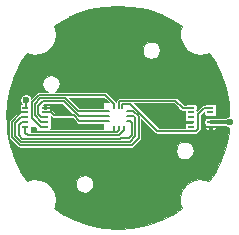
<source format=gtl>
G04 #@! TF.GenerationSoftware,KiCad,Pcbnew,5.0.2-bee76a0~70~ubuntu18.04.1*
G04 #@! TF.CreationDate,2019-09-04T19:42:23+02:00*
G04 #@! TF.ProjectId,upper_Sensor,75707065-725f-4536-956e-736f722e6b69,rev?*
G04 #@! TF.SameCoordinates,Original*
G04 #@! TF.FileFunction,Copper,L1,Top*
G04 #@! TF.FilePolarity,Positive*
%FSLAX46Y46*%
G04 Gerber Fmt 4.6, Leading zero omitted, Abs format (unit mm)*
G04 Created by KiCad (PCBNEW 5.0.2-bee76a0~70~ubuntu18.04.1) date Mi 04 Sep 2019 19:42:23 CEST*
%MOMM*%
%LPD*%
G01*
G04 APERTURE LIST*
G04 #@! TA.AperFunction,SMDPad,CuDef*
%ADD10R,0.630000X0.230000*%
G04 #@! TD*
G04 #@! TA.AperFunction,BGAPad,CuDef*
%ADD11C,0.150000*%
G04 #@! TD*
G04 #@! TA.AperFunction,ViaPad*
%ADD12C,0.600000*%
G04 #@! TD*
G04 #@! TA.AperFunction,Conductor*
%ADD13C,0.130000*%
G04 #@! TD*
G04 #@! TA.AperFunction,Conductor*
%ADD14C,0.300000*%
G04 #@! TD*
G04 #@! TA.AperFunction,Conductor*
%ADD15C,0.100000*%
G04 #@! TD*
G04 APERTURE END LIST*
D10*
G04 #@! TO.P,J11,10*
G04 #@! TO.N,O2_ELEC1*
X117825000Y-79200000D03*
G04 #@! TO.P,J11,9*
G04 #@! TO.N,ELEC1*
X116175000Y-79200000D03*
G04 #@! TO.P,J11,8*
G04 #@! TO.N,Net-(J11-Pad8)*
X117825000Y-79600000D03*
G04 #@! TO.P,J11,7*
G04 #@! TO.N,Net-(J11-Pad7)*
X116175000Y-79600000D03*
G04 #@! TO.P,J11,6*
G04 #@! TO.N,GNDD*
X117825000Y-80000000D03*
G04 #@! TO.P,J11,5*
G04 #@! TO.N,Net-(J11-Pad5)*
X116175000Y-80000000D03*
G04 #@! TO.P,J11,4*
G04 #@! TO.N,RF_ANT*
X117825000Y-80400000D03*
G04 #@! TO.P,J11,3*
G04 #@! TO.N,GNDD*
X116175000Y-80400000D03*
G04 #@! TO.P,J11,2*
X117825000Y-80800000D03*
G04 #@! TO.P,J11,1*
G04 #@! TO.N,Net-(J11-Pad1)*
X116175000Y-80800000D03*
G04 #@! TD*
G04 #@! TO.P,J12,10*
G04 #@! TO.N,GNDD*
X103825000Y-79200000D03*
G04 #@! TO.P,J12,9*
G04 #@! TO.N,N/C*
X102175000Y-79200000D03*
G04 #@! TO.P,J12,8*
G04 #@! TO.N,REFFET1_D2*
X103825000Y-79600000D03*
G04 #@! TO.P,J12,7*
G04 #@! TO.N,ISFET1_D4*
X102175000Y-79600000D03*
G04 #@! TO.P,J12,6*
G04 #@! TO.N,REFFET1_D3*
X103825000Y-80000000D03*
G04 #@! TO.P,J12,5*
G04 #@! TO.N,ISFET1_D3*
X102175000Y-80000000D03*
G04 #@! TO.P,J12,4*
G04 #@! TO.N,REFFET1_D4*
X103825000Y-80400000D03*
G04 #@! TO.P,J12,3*
G04 #@! TO.N,ISFET1_D2*
X102175000Y-80400000D03*
G04 #@! TO.P,J12,2*
G04 #@! TO.N,N/C*
X103825000Y-80800000D03*
G04 #@! TO.P,J12,1*
G04 #@! TO.N,ISFET1_D1*
X102175000Y-80800000D03*
G04 #@! TD*
D11*
G04 #@! TO.P,REF\002A\002A,D4i*
G04 #@! TO.N,ISFET1_D4*
X110753000Y-79450000D03*
G04 #@! TO.P,REF\002A\002A,D2i*
G04 #@! TO.N,ISFET1_D2*
X110753000Y-80330000D03*
G04 #@! TO.P,REF\002A\002A,D3i*
G04 #@! TO.N,ISFET1_D3*
X110753000Y-79890000D03*
G04 #@! TO.P,REF\002A\002A,D1i*
G04 #@! TO.N,ISFET1_D1*
X110550000Y-80753000D03*
G04 #@! TO.P,REF\002A\002A,SUB*
G04 #@! TO.N,N/C*
X109670000Y-80753000D03*
G04 #@! TO.P,REF\002A\002A,S*
X110110000Y-80753000D03*
G04 #@! TO.P,REF\002A\002A,D3m*
G04 #@! TO.N,REFFET1_D3*
X109247000Y-79890000D03*
G04 #@! TO.P,REF\002A\002A,D4m*
G04 #@! TO.N,REFFET1_D4*
X109247000Y-79450000D03*
G04 #@! TO.P,REF\002A\002A,D2m*
G04 #@! TO.N,REFFET1_D2*
X109247000Y-80330000D03*
G04 #@! TO.P,REF\002A\002A,G*
G04 #@! TO.N,N/C*
X109670000Y-79247000D03*
G04 #@! TO.P,REF\002A\002A,O2*
G04 #@! TO.N,O2_ELEC1*
X110330000Y-79247000D03*
G04 #@! TO.P,REF\002A\002A,ELEC*
G04 #@! TO.N,ELEC1*
X110110000Y-79247000D03*
G04 #@! TD*
D12*
G04 #@! TO.N,GNDD*
X117600000Y-81400000D03*
G04 #@! TO.N,*
X102897693Y-81051700D03*
X102200000Y-78550000D03*
G04 #@! TO.N,GNDD*
X110797475Y-89115181D03*
X111588881Y-89010990D03*
X112368194Y-88838220D03*
X113129484Y-88598186D03*
X114575000Y-87924131D03*
X113866957Y-88292715D03*
X117924130Y-84574999D03*
X118292714Y-83866956D03*
X118598185Y-83129483D03*
X118598183Y-76870516D03*
X118292712Y-76133044D03*
X117924128Y-75425001D03*
X118838217Y-77631806D03*
X119010987Y-78411119D03*
X114574998Y-72075871D03*
X112368193Y-71161782D03*
X111588880Y-70989012D03*
X113129483Y-71401816D03*
X113866955Y-71707287D03*
X110797474Y-70884822D03*
X108411119Y-70989014D03*
X107631806Y-71161784D03*
X109202524Y-70884823D03*
X109999999Y-70850004D03*
X106870516Y-71401818D03*
X105425002Y-72075873D03*
X106133044Y-71707289D03*
X102075872Y-75425003D03*
X101707288Y-76133046D03*
X102075875Y-84574997D03*
X101401820Y-83129483D03*
X101707291Y-83866955D03*
X105425005Y-87924127D03*
X106133047Y-88292710D03*
X106870519Y-88598181D03*
X107631808Y-88838215D03*
X108411121Y-89010984D03*
X109202526Y-89115174D03*
X118838219Y-82368193D03*
X119010989Y-81588880D03*
X119115178Y-79202524D03*
X101401817Y-76870518D03*
X101161783Y-77631808D03*
X100989014Y-78411121D03*
X100884824Y-79202526D03*
X110000000Y-89150000D03*
X118300000Y-81400000D03*
X118200000Y-78600000D03*
X104700000Y-79200000D03*
X106550000Y-78650000D03*
X105050000Y-80600000D03*
X115300000Y-80450000D03*
X118600000Y-79750000D03*
G04 #@! TO.N,RF_ANT*
X119491760Y-80403700D03*
G04 #@! TD*
D13*
G04 #@! TO.N,*
X102842060Y-81285080D02*
X109138720Y-81285080D01*
X109138720Y-81285080D02*
X109928660Y-81285080D01*
X109928660Y-81285080D02*
X110109000Y-81104740D01*
X110109000Y-81104740D02*
X110109000Y-80756760D01*
X109672120Y-81127880D02*
X109672120Y-80751680D01*
X109138720Y-81285080D02*
X109514920Y-81285080D01*
X109514920Y-81285080D02*
X109672120Y-81127880D01*
X102842060Y-81285080D02*
X102842060Y-81107333D01*
X102842060Y-81107333D02*
X102897693Y-81051700D01*
X102200000Y-78550000D02*
X102200000Y-79200000D01*
X109664500Y-78864500D02*
X109664500Y-79217520D01*
X103450000Y-80800000D02*
X102689989Y-80039989D01*
X103880000Y-80800000D02*
X103450000Y-80800000D01*
X102689989Y-80039989D02*
X102689989Y-78742300D01*
X103332289Y-78100000D02*
X108900000Y-78100000D01*
X102689989Y-78742300D02*
X103332289Y-78100000D01*
X108900000Y-78100000D02*
X109664500Y-78864500D01*
G04 #@! TO.N,REFFET1_D2*
X103880000Y-79600000D02*
X103814999Y-79534999D01*
X106746040Y-80332580D02*
X109273340Y-80332580D01*
X106263460Y-79850000D02*
X104600000Y-79850000D01*
X106746040Y-80332580D02*
X106263460Y-79850000D01*
X104600000Y-79850000D02*
X104350000Y-79600000D01*
X104350000Y-79600000D02*
X103800000Y-79600000D01*
G04 #@! TO.N,REFFET1_D3*
X105401190Y-78620022D02*
X106671788Y-79890620D01*
X103800829Y-78620022D02*
X105401190Y-78620022D01*
X106671788Y-79890620D02*
X109204999Y-79890620D01*
X103623975Y-78620023D02*
X103210010Y-79033988D01*
X103210010Y-79033988D02*
X103210010Y-79742302D01*
X103210010Y-79742302D02*
X103467708Y-80000000D01*
X103467708Y-80000000D02*
X103700000Y-80000000D01*
X103629977Y-78620023D02*
X103629979Y-78620021D01*
X103623975Y-78620023D02*
X103629977Y-78620023D01*
X103629979Y-78620021D02*
X103850000Y-78620021D01*
G04 #@! TO.N,REFFET1_D4*
X105508887Y-78360011D02*
X106600076Y-79451200D01*
X103500000Y-80400000D02*
X102950000Y-79850000D01*
X103439989Y-78360011D02*
X105508887Y-78360011D01*
X102950000Y-78850000D02*
X103439989Y-78360011D01*
X102950000Y-79850000D02*
X102950000Y-78850000D01*
X103880000Y-80400000D02*
X103500000Y-80400000D01*
X106600076Y-79451200D02*
X109255560Y-79451200D01*
G04 #@! TO.N,ISFET1_D4*
X111275450Y-79451200D02*
X110771940Y-79451200D01*
X111746620Y-79922370D02*
X111275450Y-79451200D01*
X111746620Y-81753380D02*
X111746620Y-79922370D01*
X102150000Y-79600000D02*
X101800000Y-79600000D01*
X101800000Y-79600000D02*
X101000000Y-80400000D01*
X101000000Y-80400000D02*
X101000000Y-81642068D01*
X101000000Y-81642068D02*
X101690422Y-82332490D01*
X111167510Y-82332490D02*
X111746620Y-81753380D01*
X101690422Y-82332490D02*
X111167510Y-82332490D01*
G04 #@! TO.N,ISFET1_D3*
X111349700Y-79893160D02*
X110795001Y-79893160D01*
X111486609Y-80030069D02*
X111349700Y-79893160D01*
X111486609Y-80876568D02*
X111486609Y-80030069D01*
X111486609Y-80876568D02*
X111486609Y-81613391D01*
X111486609Y-81613391D02*
X111027520Y-82072480D01*
X101798769Y-82072479D02*
X110290697Y-82072479D01*
X101300000Y-81573710D02*
X101798769Y-82072479D01*
X110290697Y-82072479D02*
X111027521Y-82072479D01*
X101300000Y-80500000D02*
X101300000Y-81573710D01*
X102100000Y-80000000D02*
X101800000Y-80000000D01*
X101800000Y-80000000D02*
X101300000Y-80500000D01*
G04 #@! TO.N,ISFET1_D2*
X111226600Y-80768869D02*
X111226600Y-80505300D01*
X111226600Y-80505300D02*
X111058960Y-80337660D01*
X111058960Y-80337660D02*
X110769400Y-80337660D01*
X111226600Y-80768869D02*
X111226600Y-81473400D01*
X111226600Y-81473400D02*
X110900000Y-81800000D01*
X110900000Y-81800000D02*
X110200000Y-81800000D01*
X101900708Y-81806710D02*
X102759001Y-81806710D01*
X101600000Y-81506002D02*
X101900708Y-81806710D01*
X101600000Y-80650000D02*
X101600000Y-81506002D01*
X102100000Y-80400000D02*
X101850000Y-80400000D01*
X102759001Y-81806710D02*
X110188759Y-81806710D01*
X101850000Y-80400000D02*
X101600000Y-80650000D01*
G04 #@! TO.N,ISFET1_D1*
X110556040Y-81071720D02*
X110556040Y-80764380D01*
X110081060Y-81546700D02*
X110556040Y-81071720D01*
X102150000Y-80800000D02*
X102150000Y-81350000D01*
X102346700Y-81546700D02*
X110081060Y-81546700D01*
X102150000Y-81350000D02*
X102346700Y-81546700D01*
G04 #@! TO.N,ELEC1*
X110157260Y-78592680D02*
X110101380Y-78648560D01*
X114867680Y-78592680D02*
X110157260Y-78592680D01*
X115675000Y-79200000D02*
X115475000Y-79200000D01*
X110101380Y-78648560D02*
X110101380Y-79209900D01*
X115475000Y-79200000D02*
X114867680Y-78592680D01*
X115675000Y-79200000D02*
X116100000Y-79200000D01*
D14*
G04 #@! TO.N,RF_ANT*
X119488060Y-80400000D02*
X119491760Y-80403700D01*
X117850000Y-80400000D02*
X119488060Y-80400000D01*
D13*
G04 #@! TO.N,O2_ELEC1*
X110380001Y-78919999D02*
X110380001Y-79197200D01*
X111044650Y-78852690D02*
X110447310Y-78852690D01*
X110447310Y-78852690D02*
X110380001Y-78919999D01*
X117300000Y-79200000D02*
X116750000Y-79750000D01*
X117850000Y-79200000D02*
X117300000Y-79200000D01*
X116750000Y-79750000D02*
X116750000Y-81006002D01*
X116750000Y-81006002D02*
X116606002Y-81150000D01*
X116606002Y-81150000D02*
X113341960Y-81150000D01*
X113341960Y-81150000D02*
X111044650Y-78852690D01*
G04 #@! TD*
D15*
G04 #@! TO.N,GNDD*
G36*
X111233460Y-70630953D02*
X112445808Y-70872104D01*
X113616320Y-71269438D01*
X114724952Y-71816156D01*
X115424441Y-72283539D01*
X115276484Y-72727022D01*
X115280984Y-73300016D01*
X115470845Y-73840660D01*
X115825593Y-74290656D01*
X116306977Y-74601482D01*
X116863089Y-74739621D01*
X117433964Y-74690178D01*
X117711163Y-74567630D01*
X118183844Y-75275048D01*
X118730562Y-76383680D01*
X119127896Y-77554192D01*
X119369047Y-78766540D01*
X119444892Y-79923700D01*
X119396282Y-79923700D01*
X119219862Y-79996775D01*
X119146637Y-80070000D01*
X118265000Y-80070000D01*
X118252500Y-80057500D01*
X117925000Y-80057500D01*
X117925000Y-80070000D01*
X117817498Y-80070000D01*
X117725000Y-80088399D01*
X117725000Y-80057500D01*
X117397500Y-80057500D01*
X117360000Y-80095000D01*
X117360000Y-80144837D01*
X117370398Y-80169940D01*
X117340444Y-80214768D01*
X117326474Y-80285000D01*
X117326474Y-80515000D01*
X117340444Y-80585232D01*
X117370398Y-80630060D01*
X117360000Y-80655163D01*
X117360000Y-80705000D01*
X117397500Y-80742500D01*
X117725000Y-80742500D01*
X117725000Y-80711601D01*
X117817498Y-80730000D01*
X117925000Y-80730000D01*
X117925000Y-80742500D01*
X118252500Y-80742500D01*
X118265000Y-80730000D01*
X119139237Y-80730000D01*
X119219862Y-80810625D01*
X119392086Y-80881962D01*
X119369047Y-81233460D01*
X119127896Y-82445808D01*
X118730562Y-83616320D01*
X118183844Y-84724952D01*
X117711430Y-85431970D01*
X117407362Y-85303214D01*
X116835781Y-85262744D01*
X116281907Y-85409601D01*
X115805465Y-85727950D01*
X115457829Y-86183462D01*
X115276484Y-86727022D01*
X115280984Y-87300016D01*
X115426699Y-87714952D01*
X114724952Y-88183844D01*
X113616320Y-88730562D01*
X112445808Y-89127896D01*
X111233460Y-89369047D01*
X110000000Y-89449893D01*
X108766540Y-89369047D01*
X107554192Y-89127896D01*
X106383680Y-88730562D01*
X105275048Y-88183844D01*
X104570975Y-87713398D01*
X104650919Y-87565236D01*
X104745000Y-87000000D01*
X104744785Y-86972591D01*
X104641837Y-86408902D01*
X104361851Y-85908952D01*
X104080390Y-85656854D01*
X106426572Y-85656854D01*
X106483282Y-85941954D01*
X106644778Y-86183649D01*
X106886473Y-86345145D01*
X107171573Y-86401855D01*
X107456673Y-86345145D01*
X107698368Y-86183649D01*
X107859864Y-85941954D01*
X107916574Y-85656854D01*
X107859864Y-85371754D01*
X107698368Y-85130059D01*
X107456673Y-84968563D01*
X107171573Y-84911853D01*
X106886473Y-84968563D01*
X106644778Y-85130059D01*
X106483282Y-85371754D01*
X106426572Y-85656854D01*
X104080390Y-85656854D01*
X103935018Y-85526648D01*
X103407362Y-85303214D01*
X102835781Y-85262744D01*
X102281907Y-85409601D01*
X102276180Y-85413428D01*
X101816156Y-84724952D01*
X101269438Y-83616320D01*
X101001986Y-82828427D01*
X114911853Y-82828427D01*
X114968563Y-83113527D01*
X115130059Y-83355222D01*
X115371754Y-83516718D01*
X115656854Y-83573428D01*
X115941954Y-83516718D01*
X116183649Y-83355222D01*
X116345145Y-83113527D01*
X116401855Y-82828427D01*
X116345145Y-82543327D01*
X116183649Y-82301632D01*
X115941954Y-82140136D01*
X115656854Y-82083426D01*
X115371754Y-82140136D01*
X115130059Y-82301632D01*
X114968563Y-82543327D01*
X114911853Y-82828427D01*
X101001986Y-82828427D01*
X100872104Y-82445808D01*
X100630953Y-81233460D01*
X100576325Y-80400000D01*
X100750201Y-80400000D01*
X100755000Y-80424126D01*
X100755001Y-81617937D01*
X100750201Y-81642068D01*
X100769216Y-81737661D01*
X100769217Y-81737662D01*
X100823366Y-81818703D01*
X100843822Y-81832371D01*
X101500119Y-82488669D01*
X101513787Y-82509125D01*
X101594828Y-82563274D01*
X101666296Y-82577490D01*
X101666297Y-82577490D01*
X101690421Y-82582289D01*
X101714546Y-82577490D01*
X111143384Y-82577490D01*
X111167510Y-82582289D01*
X111191636Y-82577490D01*
X111263104Y-82563274D01*
X111344145Y-82509125D01*
X111357815Y-82488666D01*
X111902799Y-81943683D01*
X111923255Y-81930015D01*
X111977404Y-81848974D01*
X111991620Y-81777506D01*
X111991620Y-81777505D01*
X111996419Y-81753381D01*
X111991620Y-81729256D01*
X111991620Y-80146141D01*
X113151657Y-81306179D01*
X113165325Y-81326635D01*
X113241719Y-81377679D01*
X113246366Y-81380784D01*
X113341960Y-81399799D01*
X113366086Y-81395000D01*
X116581876Y-81395000D01*
X116606002Y-81399799D01*
X116630128Y-81395000D01*
X116701596Y-81380784D01*
X116782637Y-81326635D01*
X116796307Y-81306176D01*
X116906176Y-81196307D01*
X116926635Y-81182637D01*
X116980784Y-81101596D01*
X116995000Y-81030128D01*
X116999799Y-81006002D01*
X116995000Y-80981876D01*
X116995000Y-80895000D01*
X117360000Y-80895000D01*
X117360000Y-80944837D01*
X117382836Y-80999968D01*
X117425032Y-81042164D01*
X117480163Y-81065000D01*
X117687500Y-81065000D01*
X117725000Y-81027500D01*
X117725000Y-80857500D01*
X117925000Y-80857500D01*
X117925000Y-81027500D01*
X117962500Y-81065000D01*
X118169837Y-81065000D01*
X118224968Y-81042164D01*
X118267164Y-80999968D01*
X118290000Y-80944837D01*
X118290000Y-80895000D01*
X118252500Y-80857500D01*
X117925000Y-80857500D01*
X117725000Y-80857500D01*
X117397500Y-80857500D01*
X117360000Y-80895000D01*
X116995000Y-80895000D01*
X116995000Y-79851481D01*
X117326474Y-79520008D01*
X117326474Y-79715000D01*
X117340444Y-79785232D01*
X117370398Y-79830060D01*
X117360000Y-79855163D01*
X117360000Y-79905000D01*
X117397500Y-79942500D01*
X117725000Y-79942500D01*
X117725000Y-79898526D01*
X117925000Y-79898526D01*
X117925000Y-79942500D01*
X118252500Y-79942500D01*
X118290000Y-79905000D01*
X118290000Y-79855163D01*
X118279602Y-79830060D01*
X118309556Y-79785232D01*
X118323526Y-79715000D01*
X118323526Y-79485000D01*
X118309556Y-79414768D01*
X118299688Y-79400000D01*
X118309556Y-79385232D01*
X118323526Y-79315000D01*
X118323526Y-79085000D01*
X118309556Y-79014768D01*
X118269772Y-78955228D01*
X118210232Y-78915444D01*
X118140000Y-78901474D01*
X117510000Y-78901474D01*
X117439768Y-78915444D01*
X117380569Y-78955000D01*
X117324124Y-78955000D01*
X117299999Y-78950201D01*
X117275874Y-78955000D01*
X117204406Y-78969216D01*
X117123365Y-79023365D01*
X117109697Y-79043821D01*
X116672695Y-79480824D01*
X116659556Y-79414768D01*
X116649688Y-79400000D01*
X116659556Y-79385232D01*
X116673526Y-79315000D01*
X116673526Y-79085000D01*
X116659556Y-79014768D01*
X116619772Y-78955228D01*
X116560232Y-78915444D01*
X116490000Y-78901474D01*
X115860000Y-78901474D01*
X115789768Y-78915444D01*
X115730569Y-78955000D01*
X115576482Y-78955000D01*
X115057985Y-78436504D01*
X115044315Y-78416045D01*
X114963274Y-78361896D01*
X114891806Y-78347680D01*
X114867680Y-78342881D01*
X114843554Y-78347680D01*
X110181384Y-78347680D01*
X110157259Y-78342881D01*
X110133135Y-78347680D01*
X110133134Y-78347680D01*
X110061666Y-78361896D01*
X109980625Y-78416045D01*
X109966955Y-78436504D01*
X109945204Y-78458255D01*
X109924745Y-78471925D01*
X109881501Y-78536646D01*
X109870596Y-78552967D01*
X109851581Y-78648560D01*
X109856380Y-78672686D01*
X109856380Y-78710681D01*
X109841135Y-78687865D01*
X109820679Y-78674197D01*
X109090305Y-77943824D01*
X109076635Y-77923365D01*
X108995594Y-77869216D01*
X108924126Y-77855000D01*
X108900000Y-77850201D01*
X108875874Y-77855000D01*
X104635525Y-77855000D01*
X104869941Y-77698368D01*
X105031437Y-77456673D01*
X105088147Y-77171573D01*
X105031437Y-76886473D01*
X104869941Y-76644778D01*
X104628246Y-76483282D01*
X104343146Y-76426572D01*
X104058046Y-76483282D01*
X103816351Y-76644778D01*
X103654855Y-76886473D01*
X103598145Y-77171573D01*
X103654855Y-77456673D01*
X103816351Y-77698368D01*
X104050767Y-77855000D01*
X103356413Y-77855000D01*
X103332288Y-77850201D01*
X103308163Y-77855000D01*
X103236695Y-77869216D01*
X103155654Y-77923365D01*
X103141986Y-77943821D01*
X102665732Y-78420076D01*
X102606925Y-78278102D01*
X102471898Y-78143075D01*
X102295478Y-78070000D01*
X102104522Y-78070000D01*
X101928102Y-78143075D01*
X101793075Y-78278102D01*
X101720000Y-78454522D01*
X101720000Y-78645478D01*
X101793075Y-78821898D01*
X101872651Y-78901474D01*
X101860000Y-78901474D01*
X101789768Y-78915444D01*
X101730228Y-78955228D01*
X101690444Y-79014768D01*
X101676474Y-79085000D01*
X101676474Y-79315000D01*
X101689270Y-79379329D01*
X101623365Y-79423365D01*
X101609697Y-79443821D01*
X100843824Y-80209695D01*
X100823365Y-80223365D01*
X100769217Y-80304405D01*
X100769216Y-80304407D01*
X100750201Y-80400000D01*
X100576325Y-80400000D01*
X100550107Y-80000000D01*
X100630953Y-78766540D01*
X100872104Y-77554192D01*
X101269438Y-76383680D01*
X101816156Y-75275048D01*
X102278503Y-74583096D01*
X102306977Y-74601482D01*
X102863089Y-74739621D01*
X103433964Y-74690178D01*
X103958045Y-74458484D01*
X104082816Y-74343146D01*
X112083426Y-74343146D01*
X112140136Y-74628246D01*
X112301632Y-74869941D01*
X112543327Y-75031437D01*
X112828427Y-75088147D01*
X113113527Y-75031437D01*
X113355222Y-74869941D01*
X113516718Y-74628246D01*
X113573428Y-74343146D01*
X113516718Y-74058046D01*
X113355222Y-73816351D01*
X113113527Y-73654855D01*
X112828427Y-73598145D01*
X112543327Y-73654855D01*
X112301632Y-73816351D01*
X112140136Y-74058046D01*
X112083426Y-74343146D01*
X104082816Y-74343146D01*
X104378820Y-74069523D01*
X104650919Y-73565236D01*
X104745000Y-73000000D01*
X104744785Y-72972591D01*
X104641837Y-72408902D01*
X104572700Y-72285449D01*
X105275048Y-71816156D01*
X106383680Y-71269438D01*
X107554192Y-70872104D01*
X108766540Y-70630953D01*
X110000000Y-70550107D01*
X111233460Y-70630953D01*
X111233460Y-70630953D01*
G37*
X111233460Y-70630953D02*
X112445808Y-70872104D01*
X113616320Y-71269438D01*
X114724952Y-71816156D01*
X115424441Y-72283539D01*
X115276484Y-72727022D01*
X115280984Y-73300016D01*
X115470845Y-73840660D01*
X115825593Y-74290656D01*
X116306977Y-74601482D01*
X116863089Y-74739621D01*
X117433964Y-74690178D01*
X117711163Y-74567630D01*
X118183844Y-75275048D01*
X118730562Y-76383680D01*
X119127896Y-77554192D01*
X119369047Y-78766540D01*
X119444892Y-79923700D01*
X119396282Y-79923700D01*
X119219862Y-79996775D01*
X119146637Y-80070000D01*
X118265000Y-80070000D01*
X118252500Y-80057500D01*
X117925000Y-80057500D01*
X117925000Y-80070000D01*
X117817498Y-80070000D01*
X117725000Y-80088399D01*
X117725000Y-80057500D01*
X117397500Y-80057500D01*
X117360000Y-80095000D01*
X117360000Y-80144837D01*
X117370398Y-80169940D01*
X117340444Y-80214768D01*
X117326474Y-80285000D01*
X117326474Y-80515000D01*
X117340444Y-80585232D01*
X117370398Y-80630060D01*
X117360000Y-80655163D01*
X117360000Y-80705000D01*
X117397500Y-80742500D01*
X117725000Y-80742500D01*
X117725000Y-80711601D01*
X117817498Y-80730000D01*
X117925000Y-80730000D01*
X117925000Y-80742500D01*
X118252500Y-80742500D01*
X118265000Y-80730000D01*
X119139237Y-80730000D01*
X119219862Y-80810625D01*
X119392086Y-80881962D01*
X119369047Y-81233460D01*
X119127896Y-82445808D01*
X118730562Y-83616320D01*
X118183844Y-84724952D01*
X117711430Y-85431970D01*
X117407362Y-85303214D01*
X116835781Y-85262744D01*
X116281907Y-85409601D01*
X115805465Y-85727950D01*
X115457829Y-86183462D01*
X115276484Y-86727022D01*
X115280984Y-87300016D01*
X115426699Y-87714952D01*
X114724952Y-88183844D01*
X113616320Y-88730562D01*
X112445808Y-89127896D01*
X111233460Y-89369047D01*
X110000000Y-89449893D01*
X108766540Y-89369047D01*
X107554192Y-89127896D01*
X106383680Y-88730562D01*
X105275048Y-88183844D01*
X104570975Y-87713398D01*
X104650919Y-87565236D01*
X104745000Y-87000000D01*
X104744785Y-86972591D01*
X104641837Y-86408902D01*
X104361851Y-85908952D01*
X104080390Y-85656854D01*
X106426572Y-85656854D01*
X106483282Y-85941954D01*
X106644778Y-86183649D01*
X106886473Y-86345145D01*
X107171573Y-86401855D01*
X107456673Y-86345145D01*
X107698368Y-86183649D01*
X107859864Y-85941954D01*
X107916574Y-85656854D01*
X107859864Y-85371754D01*
X107698368Y-85130059D01*
X107456673Y-84968563D01*
X107171573Y-84911853D01*
X106886473Y-84968563D01*
X106644778Y-85130059D01*
X106483282Y-85371754D01*
X106426572Y-85656854D01*
X104080390Y-85656854D01*
X103935018Y-85526648D01*
X103407362Y-85303214D01*
X102835781Y-85262744D01*
X102281907Y-85409601D01*
X102276180Y-85413428D01*
X101816156Y-84724952D01*
X101269438Y-83616320D01*
X101001986Y-82828427D01*
X114911853Y-82828427D01*
X114968563Y-83113527D01*
X115130059Y-83355222D01*
X115371754Y-83516718D01*
X115656854Y-83573428D01*
X115941954Y-83516718D01*
X116183649Y-83355222D01*
X116345145Y-83113527D01*
X116401855Y-82828427D01*
X116345145Y-82543327D01*
X116183649Y-82301632D01*
X115941954Y-82140136D01*
X115656854Y-82083426D01*
X115371754Y-82140136D01*
X115130059Y-82301632D01*
X114968563Y-82543327D01*
X114911853Y-82828427D01*
X101001986Y-82828427D01*
X100872104Y-82445808D01*
X100630953Y-81233460D01*
X100576325Y-80400000D01*
X100750201Y-80400000D01*
X100755000Y-80424126D01*
X100755001Y-81617937D01*
X100750201Y-81642068D01*
X100769216Y-81737661D01*
X100769217Y-81737662D01*
X100823366Y-81818703D01*
X100843822Y-81832371D01*
X101500119Y-82488669D01*
X101513787Y-82509125D01*
X101594828Y-82563274D01*
X101666296Y-82577490D01*
X101666297Y-82577490D01*
X101690421Y-82582289D01*
X101714546Y-82577490D01*
X111143384Y-82577490D01*
X111167510Y-82582289D01*
X111191636Y-82577490D01*
X111263104Y-82563274D01*
X111344145Y-82509125D01*
X111357815Y-82488666D01*
X111902799Y-81943683D01*
X111923255Y-81930015D01*
X111977404Y-81848974D01*
X111991620Y-81777506D01*
X111991620Y-81777505D01*
X111996419Y-81753381D01*
X111991620Y-81729256D01*
X111991620Y-80146141D01*
X113151657Y-81306179D01*
X113165325Y-81326635D01*
X113241719Y-81377679D01*
X113246366Y-81380784D01*
X113341960Y-81399799D01*
X113366086Y-81395000D01*
X116581876Y-81395000D01*
X116606002Y-81399799D01*
X116630128Y-81395000D01*
X116701596Y-81380784D01*
X116782637Y-81326635D01*
X116796307Y-81306176D01*
X116906176Y-81196307D01*
X116926635Y-81182637D01*
X116980784Y-81101596D01*
X116995000Y-81030128D01*
X116999799Y-81006002D01*
X116995000Y-80981876D01*
X116995000Y-80895000D01*
X117360000Y-80895000D01*
X117360000Y-80944837D01*
X117382836Y-80999968D01*
X117425032Y-81042164D01*
X117480163Y-81065000D01*
X117687500Y-81065000D01*
X117725000Y-81027500D01*
X117725000Y-80857500D01*
X117925000Y-80857500D01*
X117925000Y-81027500D01*
X117962500Y-81065000D01*
X118169837Y-81065000D01*
X118224968Y-81042164D01*
X118267164Y-80999968D01*
X118290000Y-80944837D01*
X118290000Y-80895000D01*
X118252500Y-80857500D01*
X117925000Y-80857500D01*
X117725000Y-80857500D01*
X117397500Y-80857500D01*
X117360000Y-80895000D01*
X116995000Y-80895000D01*
X116995000Y-79851481D01*
X117326474Y-79520008D01*
X117326474Y-79715000D01*
X117340444Y-79785232D01*
X117370398Y-79830060D01*
X117360000Y-79855163D01*
X117360000Y-79905000D01*
X117397500Y-79942500D01*
X117725000Y-79942500D01*
X117725000Y-79898526D01*
X117925000Y-79898526D01*
X117925000Y-79942500D01*
X118252500Y-79942500D01*
X118290000Y-79905000D01*
X118290000Y-79855163D01*
X118279602Y-79830060D01*
X118309556Y-79785232D01*
X118323526Y-79715000D01*
X118323526Y-79485000D01*
X118309556Y-79414768D01*
X118299688Y-79400000D01*
X118309556Y-79385232D01*
X118323526Y-79315000D01*
X118323526Y-79085000D01*
X118309556Y-79014768D01*
X118269772Y-78955228D01*
X118210232Y-78915444D01*
X118140000Y-78901474D01*
X117510000Y-78901474D01*
X117439768Y-78915444D01*
X117380569Y-78955000D01*
X117324124Y-78955000D01*
X117299999Y-78950201D01*
X117275874Y-78955000D01*
X117204406Y-78969216D01*
X117123365Y-79023365D01*
X117109697Y-79043821D01*
X116672695Y-79480824D01*
X116659556Y-79414768D01*
X116649688Y-79400000D01*
X116659556Y-79385232D01*
X116673526Y-79315000D01*
X116673526Y-79085000D01*
X116659556Y-79014768D01*
X116619772Y-78955228D01*
X116560232Y-78915444D01*
X116490000Y-78901474D01*
X115860000Y-78901474D01*
X115789768Y-78915444D01*
X115730569Y-78955000D01*
X115576482Y-78955000D01*
X115057985Y-78436504D01*
X115044315Y-78416045D01*
X114963274Y-78361896D01*
X114891806Y-78347680D01*
X114867680Y-78342881D01*
X114843554Y-78347680D01*
X110181384Y-78347680D01*
X110157259Y-78342881D01*
X110133135Y-78347680D01*
X110133134Y-78347680D01*
X110061666Y-78361896D01*
X109980625Y-78416045D01*
X109966955Y-78436504D01*
X109945204Y-78458255D01*
X109924745Y-78471925D01*
X109881501Y-78536646D01*
X109870596Y-78552967D01*
X109851581Y-78648560D01*
X109856380Y-78672686D01*
X109856380Y-78710681D01*
X109841135Y-78687865D01*
X109820679Y-78674197D01*
X109090305Y-77943824D01*
X109076635Y-77923365D01*
X108995594Y-77869216D01*
X108924126Y-77855000D01*
X108900000Y-77850201D01*
X108875874Y-77855000D01*
X104635525Y-77855000D01*
X104869941Y-77698368D01*
X105031437Y-77456673D01*
X105088147Y-77171573D01*
X105031437Y-76886473D01*
X104869941Y-76644778D01*
X104628246Y-76483282D01*
X104343146Y-76426572D01*
X104058046Y-76483282D01*
X103816351Y-76644778D01*
X103654855Y-76886473D01*
X103598145Y-77171573D01*
X103654855Y-77456673D01*
X103816351Y-77698368D01*
X104050767Y-77855000D01*
X103356413Y-77855000D01*
X103332288Y-77850201D01*
X103308163Y-77855000D01*
X103236695Y-77869216D01*
X103155654Y-77923365D01*
X103141986Y-77943821D01*
X102665732Y-78420076D01*
X102606925Y-78278102D01*
X102471898Y-78143075D01*
X102295478Y-78070000D01*
X102104522Y-78070000D01*
X101928102Y-78143075D01*
X101793075Y-78278102D01*
X101720000Y-78454522D01*
X101720000Y-78645478D01*
X101793075Y-78821898D01*
X101872651Y-78901474D01*
X101860000Y-78901474D01*
X101789768Y-78915444D01*
X101730228Y-78955228D01*
X101690444Y-79014768D01*
X101676474Y-79085000D01*
X101676474Y-79315000D01*
X101689270Y-79379329D01*
X101623365Y-79423365D01*
X101609697Y-79443821D01*
X100843824Y-80209695D01*
X100823365Y-80223365D01*
X100769217Y-80304405D01*
X100769216Y-80304407D01*
X100750201Y-80400000D01*
X100576325Y-80400000D01*
X100550107Y-80000000D01*
X100630953Y-78766540D01*
X100872104Y-77554192D01*
X101269438Y-76383680D01*
X101816156Y-75275048D01*
X102278503Y-74583096D01*
X102306977Y-74601482D01*
X102863089Y-74739621D01*
X103433964Y-74690178D01*
X103958045Y-74458484D01*
X104082816Y-74343146D01*
X112083426Y-74343146D01*
X112140136Y-74628246D01*
X112301632Y-74869941D01*
X112543327Y-75031437D01*
X112828427Y-75088147D01*
X113113527Y-75031437D01*
X113355222Y-74869941D01*
X113516718Y-74628246D01*
X113573428Y-74343146D01*
X113516718Y-74058046D01*
X113355222Y-73816351D01*
X113113527Y-73654855D01*
X112828427Y-73598145D01*
X112543327Y-73654855D01*
X112301632Y-73816351D01*
X112140136Y-74058046D01*
X112083426Y-74343146D01*
X104082816Y-74343146D01*
X104378820Y-74069523D01*
X104650919Y-73565236D01*
X104745000Y-73000000D01*
X104744785Y-72972591D01*
X104641837Y-72408902D01*
X104572700Y-72285449D01*
X105275048Y-71816156D01*
X106383680Y-71269438D01*
X107554192Y-70872104D01*
X108766540Y-70630953D01*
X110000000Y-70550107D01*
X111233460Y-70630953D01*
G36*
X104409697Y-80006179D02*
X104423365Y-80026635D01*
X104504406Y-80080784D01*
X104575874Y-80095000D01*
X104599999Y-80099799D01*
X104624124Y-80095000D01*
X106161979Y-80095000D01*
X106555737Y-80488759D01*
X106569405Y-80509215D01*
X106650446Y-80563364D01*
X106721914Y-80577580D01*
X106721915Y-80577580D01*
X106746039Y-80582379D01*
X106770164Y-80577580D01*
X108750000Y-80577580D01*
X108750000Y-81040080D01*
X104272907Y-81040080D01*
X104309556Y-80985232D01*
X104323526Y-80915000D01*
X104323526Y-80685000D01*
X104309556Y-80614768D01*
X104299688Y-80600000D01*
X104309556Y-80585232D01*
X104323526Y-80515000D01*
X104323526Y-80285000D01*
X104309556Y-80214768D01*
X104299688Y-80200000D01*
X104309556Y-80185232D01*
X104323526Y-80115000D01*
X104323526Y-79920008D01*
X104409697Y-80006179D01*
X104409697Y-80006179D01*
G37*
X104409697Y-80006179D02*
X104423365Y-80026635D01*
X104504406Y-80080784D01*
X104575874Y-80095000D01*
X104599999Y-80099799D01*
X104624124Y-80095000D01*
X106161979Y-80095000D01*
X106555737Y-80488759D01*
X106569405Y-80509215D01*
X106650446Y-80563364D01*
X106721914Y-80577580D01*
X106721915Y-80577580D01*
X106746039Y-80582379D01*
X106770164Y-80577580D01*
X108750000Y-80577580D01*
X108750000Y-81040080D01*
X104272907Y-81040080D01*
X104309556Y-80985232D01*
X104323526Y-80915000D01*
X104323526Y-80685000D01*
X104309556Y-80614768D01*
X104299688Y-80600000D01*
X104309556Y-80585232D01*
X104323526Y-80515000D01*
X104323526Y-80285000D01*
X104309556Y-80214768D01*
X104299688Y-80200000D01*
X104309556Y-80185232D01*
X104323526Y-80115000D01*
X104323526Y-79920008D01*
X104409697Y-80006179D01*
G36*
X115284697Y-79356179D02*
X115298365Y-79376635D01*
X115379406Y-79430784D01*
X115450874Y-79445000D01*
X115450875Y-79445000D01*
X115474999Y-79449799D01*
X115499124Y-79445000D01*
X115684430Y-79445000D01*
X115676474Y-79485000D01*
X115676474Y-79715000D01*
X115690444Y-79785232D01*
X115700312Y-79800000D01*
X115690444Y-79814768D01*
X115676474Y-79885000D01*
X115676474Y-80115000D01*
X115690444Y-80185232D01*
X115720398Y-80230060D01*
X115710000Y-80255163D01*
X115710000Y-80305000D01*
X115747500Y-80342500D01*
X116075000Y-80342500D01*
X116075000Y-80298526D01*
X116275000Y-80298526D01*
X116275000Y-80342500D01*
X116295000Y-80342500D01*
X116295000Y-80457500D01*
X116275000Y-80457500D01*
X116275000Y-80501474D01*
X116075000Y-80501474D01*
X116075000Y-80457500D01*
X115747500Y-80457500D01*
X115710000Y-80495000D01*
X115710000Y-80544837D01*
X115720398Y-80569940D01*
X115690444Y-80614768D01*
X115676474Y-80685000D01*
X115676474Y-80905000D01*
X113443442Y-80905000D01*
X111376121Y-78837680D01*
X114766199Y-78837680D01*
X115284697Y-79356179D01*
X115284697Y-79356179D01*
G37*
X115284697Y-79356179D02*
X115298365Y-79376635D01*
X115379406Y-79430784D01*
X115450874Y-79445000D01*
X115450875Y-79445000D01*
X115474999Y-79449799D01*
X115499124Y-79445000D01*
X115684430Y-79445000D01*
X115676474Y-79485000D01*
X115676474Y-79715000D01*
X115690444Y-79785232D01*
X115700312Y-79800000D01*
X115690444Y-79814768D01*
X115676474Y-79885000D01*
X115676474Y-80115000D01*
X115690444Y-80185232D01*
X115720398Y-80230060D01*
X115710000Y-80255163D01*
X115710000Y-80305000D01*
X115747500Y-80342500D01*
X116075000Y-80342500D01*
X116075000Y-80298526D01*
X116275000Y-80298526D01*
X116275000Y-80342500D01*
X116295000Y-80342500D01*
X116295000Y-80457500D01*
X116275000Y-80457500D01*
X116275000Y-80501474D01*
X116075000Y-80501474D01*
X116075000Y-80457500D01*
X115747500Y-80457500D01*
X115710000Y-80495000D01*
X115710000Y-80544837D01*
X115720398Y-80569940D01*
X115690444Y-80614768D01*
X115676474Y-80685000D01*
X115676474Y-80905000D01*
X113443442Y-80905000D01*
X111376121Y-78837680D01*
X114766199Y-78837680D01*
X115284697Y-79356179D01*
G36*
X103776703Y-78865022D02*
X105299709Y-78865022D01*
X106039686Y-79605000D01*
X104701482Y-79605000D01*
X104540305Y-79443824D01*
X104526635Y-79423365D01*
X104445594Y-79369216D01*
X104374126Y-79355000D01*
X104350000Y-79350201D01*
X104325874Y-79355000D01*
X104285790Y-79355000D01*
X104290000Y-79344837D01*
X104290000Y-79295000D01*
X104252500Y-79257500D01*
X103925000Y-79257500D01*
X103925000Y-79301474D01*
X103896812Y-79301474D01*
X103814999Y-79285200D01*
X103733186Y-79301474D01*
X103725000Y-79301474D01*
X103725000Y-79257500D01*
X103705000Y-79257500D01*
X103705000Y-79142500D01*
X103725000Y-79142500D01*
X103725000Y-78972500D01*
X103925000Y-78972500D01*
X103925000Y-79142500D01*
X104252500Y-79142500D01*
X104290000Y-79105000D01*
X104290000Y-79055163D01*
X104267164Y-79000032D01*
X104224968Y-78957836D01*
X104169837Y-78935000D01*
X103962500Y-78935000D01*
X103925000Y-78972500D01*
X103725000Y-78972500D01*
X103687500Y-78935000D01*
X103655480Y-78935000D01*
X103725459Y-78865021D01*
X103776698Y-78865021D01*
X103776703Y-78865022D01*
X103776703Y-78865022D01*
G37*
X103776703Y-78865022D02*
X105299709Y-78865022D01*
X106039686Y-79605000D01*
X104701482Y-79605000D01*
X104540305Y-79443824D01*
X104526635Y-79423365D01*
X104445594Y-79369216D01*
X104374126Y-79355000D01*
X104350000Y-79350201D01*
X104325874Y-79355000D01*
X104285790Y-79355000D01*
X104290000Y-79344837D01*
X104290000Y-79295000D01*
X104252500Y-79257500D01*
X103925000Y-79257500D01*
X103925000Y-79301474D01*
X103896812Y-79301474D01*
X103814999Y-79285200D01*
X103733186Y-79301474D01*
X103725000Y-79301474D01*
X103725000Y-79257500D01*
X103705000Y-79257500D01*
X103705000Y-79142500D01*
X103725000Y-79142500D01*
X103725000Y-78972500D01*
X103925000Y-78972500D01*
X103925000Y-79142500D01*
X104252500Y-79142500D01*
X104290000Y-79105000D01*
X104290000Y-79055163D01*
X104267164Y-79000032D01*
X104224968Y-78957836D01*
X104169837Y-78935000D01*
X103962500Y-78935000D01*
X103925000Y-78972500D01*
X103725000Y-78972500D01*
X103687500Y-78935000D01*
X103655480Y-78935000D01*
X103725459Y-78865021D01*
X103776698Y-78865021D01*
X103776703Y-78865022D01*
G36*
X109203518Y-78750000D02*
X108800000Y-78750000D01*
X108780866Y-78753806D01*
X108764645Y-78764645D01*
X108753806Y-78780866D01*
X108750000Y-78800000D01*
X108750000Y-79206200D01*
X106701558Y-79206200D01*
X105840357Y-78345000D01*
X108798519Y-78345000D01*
X109203518Y-78750000D01*
X109203518Y-78750000D01*
G37*
X109203518Y-78750000D02*
X108800000Y-78750000D01*
X108780866Y-78753806D01*
X108764645Y-78764645D01*
X108753806Y-78780866D01*
X108750000Y-78800000D01*
X108750000Y-79206200D01*
X106701558Y-79206200D01*
X105840357Y-78345000D01*
X108798519Y-78345000D01*
X109203518Y-78750000D01*
G04 #@! TD*
M02*

</source>
